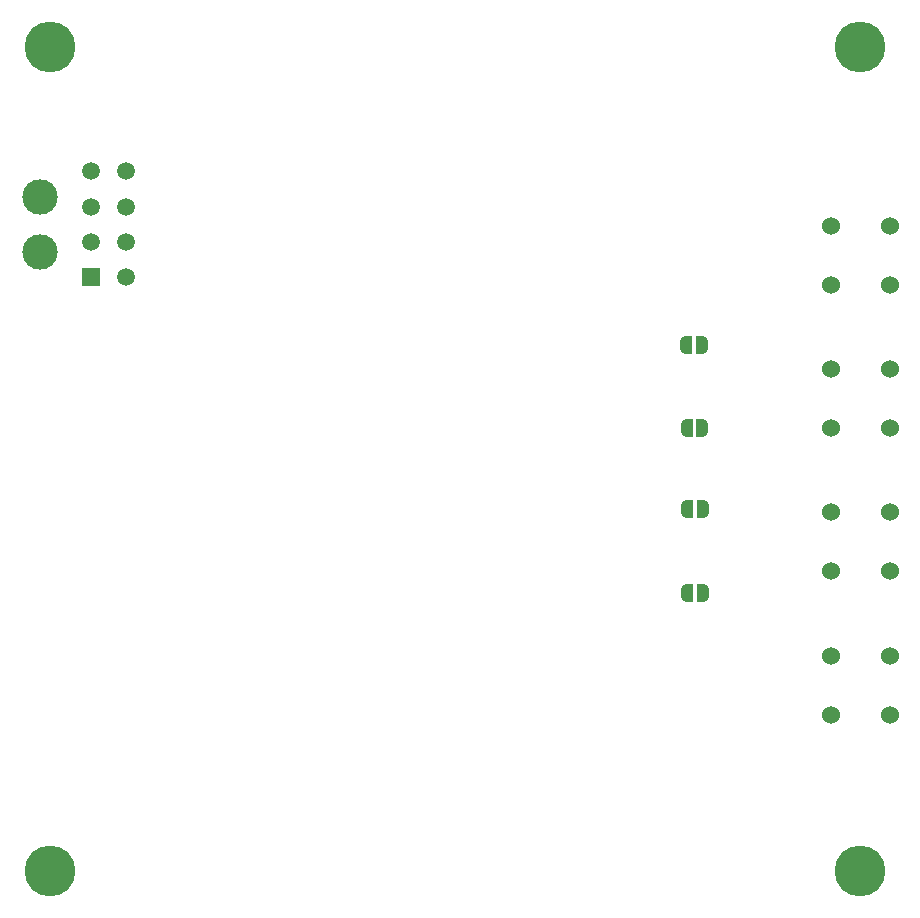
<source format=gbs>
G04 #@! TF.GenerationSoftware,KiCad,Pcbnew,7.0.6-0*
G04 #@! TF.CreationDate,2023-08-16T18:23:03-03:00*
G04 #@! TF.ProjectId,expansao_bateria_rev1.0.0,65787061-6e73-4616-9f5f-626174657269,rev?*
G04 #@! TF.SameCoordinates,Original*
G04 #@! TF.FileFunction,Soldermask,Bot*
G04 #@! TF.FilePolarity,Negative*
%FSLAX46Y46*%
G04 Gerber Fmt 4.6, Leading zero omitted, Abs format (unit mm)*
G04 Created by KiCad (PCBNEW 7.0.6-0) date 2023-08-16 18:23:03*
%MOMM*%
%LPD*%
G01*
G04 APERTURE LIST*
G04 Aperture macros list*
%AMFreePoly0*
4,1,19,0.500000,-0.750000,0.000000,-0.750000,0.000000,-0.744911,-0.071157,-0.744911,-0.207708,-0.704816,-0.327430,-0.627875,-0.420627,-0.520320,-0.479746,-0.390866,-0.500000,-0.250000,-0.500000,0.250000,-0.479746,0.390866,-0.420627,0.520320,-0.327430,0.627875,-0.207708,0.704816,-0.071157,0.744911,0.000000,0.744911,0.000000,0.750000,0.500000,0.750000,0.500000,-0.750000,0.500000,-0.750000,
$1*%
%AMFreePoly1*
4,1,19,0.000000,0.744911,0.071157,0.744911,0.207708,0.704816,0.327430,0.627875,0.420627,0.520320,0.479746,0.390866,0.500000,0.250000,0.500000,-0.250000,0.479746,-0.390866,0.420627,-0.520320,0.327430,-0.627875,0.207708,-0.704816,0.071157,-0.744911,0.000000,-0.744911,0.000000,-0.750000,-0.500000,-0.750000,-0.500000,0.750000,0.000000,0.750000,0.000000,0.744911,0.000000,0.744911,
$1*%
G04 Aperture macros list end*
%ADD10C,4.300000*%
%ADD11C,1.524000*%
%ADD12C,3.000000*%
%ADD13R,1.520000X1.520000*%
%ADD14C,1.520000*%
%ADD15FreePoly0,0.000000*%
%ADD16FreePoly1,0.000000*%
G04 APERTURE END LIST*
D10*
X5353000Y-5751000D03*
X73962000Y-75517000D03*
D11*
X76442000Y-20936000D03*
X71442000Y-20936000D03*
X76442000Y-25936000D03*
X71442000Y-25936000D03*
X76442000Y-45176000D03*
X71442000Y-45176000D03*
X76442000Y-50176000D03*
X71442000Y-50176000D03*
D10*
X73962000Y-5751000D03*
D12*
X4479000Y-18448000D03*
X4479000Y-23128000D03*
D13*
X8799000Y-25288000D03*
D14*
X8799000Y-22288000D03*
X8799000Y-19288000D03*
X8799000Y-16288000D03*
X11799000Y-25288000D03*
X11799000Y-22288000D03*
X11799000Y-19288000D03*
X11799000Y-16288000D03*
D11*
X76442000Y-57296000D03*
X71442000Y-57296000D03*
X76442000Y-62296000D03*
X71442000Y-62296000D03*
X76442000Y-33056000D03*
X71442000Y-33056000D03*
X76442000Y-38056000D03*
X71442000Y-38056000D03*
D10*
X5353000Y-75517000D03*
D15*
X59311000Y-52028000D03*
D16*
X60611000Y-52028000D03*
D15*
X59264000Y-38059000D03*
D16*
X60564000Y-38059000D03*
D15*
X59311000Y-44898000D03*
D16*
X60611000Y-44898000D03*
D15*
X59231000Y-30980000D03*
D16*
X60531000Y-30980000D03*
M02*

</source>
